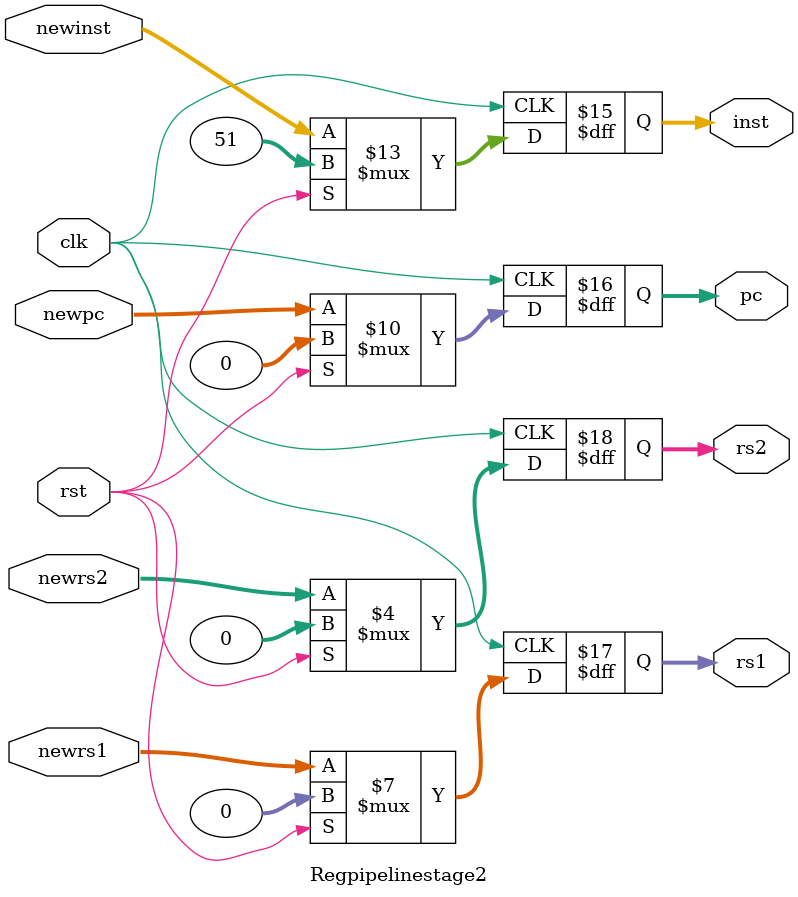
<source format=sv>
module Regpipelinestage2 (clk,rst,newrs1,newrs2,newpc,newinst,inst,pc,rs1,rs2);
input wire [31:0]newinst,newpc,newrs1,newrs2;
input wire clk,rst;
output reg [31:0]inst,pc,rs1,rs2;
always@(negedge clk) begin
if (rst==1)
begin
	inst=32'h00000033;
	pc=0;
	rs1=0;
	rs2=0;
end	
else begin
	inst=newinst;
	pc=newpc;
	rs1=newrs1;
	rs2=newrs2;
end
end
endmodule
</source>
